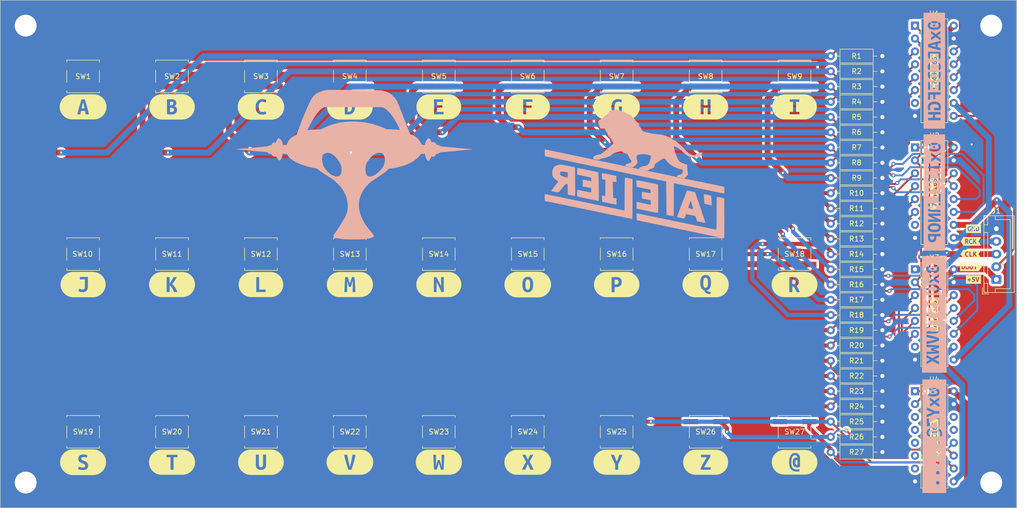
<source format=kicad_pcb>
(kicad_pcb (version 20220914) (generator pcbnew)
  (layers (0 "F.Cu" signal) (31 "B.Cu" signal) (34 "B.Paste" user) (35 "F.Paste" user) (36 "B.SilkS" user "B.Silkscreen") (37 "F.SilkS" user "F.Silkscreen") (38 "B.Mask" user) (39 "F.Mask" user) (44 "Edge.Cuts" user))
  (net 0 "")
  (net 1 "GND")
  (net 2 "+5V")
  (net 3 "INPUT_DOUT")
  (net 4 "INPUT_CLK")
  (net 5 "INPUT_RCK")
  (net 6 "/INPUT_E")
  (net 7 "/INPUT_F")
  (net 8 "/INPUT_G")
  (net 9 "/INPUT_H")
  (net 11 "Net-(U1-DS)")
  (net 12 "/INPUT_A")
  (net 13 "/INPUT_B")
  (net 14 "/INPUT_C")
  (net 15 "/INPUT_D")
  (net 16 "/INPUT_M")
  (net 17 "/INPUT_N")
  (net 18 "/INPUT_O")
  (net 19 "/INPUT_P")
  (net 21 "/INPUT_I")
  (net 22 "/INPUT_J")
  (net 23 "/INPUT_K")
  (net 24 "/INPUT_L")
  (net 25 "/INPUT_U")
  (net 26 "/INPUT_V")
  (net 27 "/INPUT_W")
  (net 28 "/INPUT_X")
  (net 30 "/INPUT_Q")
  (net 31 "/INPUT_R")
  (net 32 "/INPUT_S")
  (net 33 "/INPUT_T")
  (net 39 "/INPUT_Y")
  (net 40 "/INPUT_Z")
  (net 41 "/INPUT_@")
  (net 44 "Net-(U2-DS)")
  (net 45 "Net-(U3-DS)")
  (footprint "Button_Switch_SMD:SW_Push_1P1T_NO_CK_KSC6xxJ" (layer "F.Cu") (at 41.3 110 180)
    (fp_text reference "SW19")
    (fp_text value "SW_Push_Dual_x2" hide)
  )
  (footprint "kibuzzard-63715E68" (layer "F.Cu") (at 208.8 110.875 90)
    (fp_text reference "kibuzzard-63715E68" hide)
    (fp_text value "G***" hide)
  )
  (footprint "kibuzzard-63711FE1" (layer "F.Cu") (at 41.3 116)
    (fp_text reference "kibuzzard-63711FE1" hide)
    (fp_text value "G***" hide)
  )
  (footprint "Package_DIP:DIP-16_W7.62mm" (layer "F.Cu") (at 205 54)
    (fp_text reference "U2")
    (fp_text value "74HC165")
  )
  (footprint "Resistor_THT:R_Axial_DIN0207_L6.3mm_D2.5mm_P10.16mm_Horizontal" (layer "F.Cu") (at 188.42 108)
    (fp_text reference "R25")
    (fp_text value "10k" hide)
  )
  (footprint "kibuzzard-63711F3D" (layer "F.Cu") (at 58.8 81)
    (fp_text reference "kibuzzard-63711F3D" hide)
    (fp_text value "G***" hide)
  )
  (footprint "Button_Switch_SMD:SW_Push_1P1T_NO_CK_KSC6xxJ" (layer "F.Cu") (at 41.3 75 180)
    (fp_text reference "SW10")
    (fp_text value "SW_Push_Dual_x2" hide)
  )
  (footprint "Button_Switch_SMD:SW_Push_1P1T_NO_CK_KSC6xxJ" (layer "F.Cu") (at 146.3 75 180)
    (fp_text reference "SW16")
    (fp_text value "SW_Push_Dual_x2" hide)
  )
  (footprint "Resistor_THT:R_Axial_DIN0207_L6.3mm_D2.5mm_P10.16mm_Horizontal" (layer "F.Cu") (at 188.42 105)
    (fp_text reference "R24")
    (fp_text value "10k" hide)
  )
  (footprint "Resistor_THT:R_Axial_DIN0207_L6.3mm_D2.5mm_P10.16mm_Horizontal" (layer "F.Cu") (at 188.42 63)
    (fp_text reference "R10")
    (fp_text value "10k" hide)
  )
  (footprint "kibuzzard-63715F4E" (layer "F.Cu") (at 216 75)
    (fp_text reference "kibuzzard-63715F4E" hide)
    (fp_text value "G***" hide)
  )
  (footprint "kibuzzard-63711ED5" (layer "F.Cu") (at 93.8 46)
    (fp_text reference "kibuzzard-63711ED5" hide)
    (fp_text value "G***" hide)
  )
  (footprint "MountingHole:MountingHole_4.3mm_M4_DIN965_Pad" (layer "F.Cu") (at 220 120)
    (fp_text reference "H4" hide)
    (fp_text value "MountingHole_Pad" hide)
  )
  (footprint "Button_Switch_SMD:SW_Push_1P1T_NO_CK_KSC6xxJ" (layer "F.Cu") (at 146.3 40)
    (fp_text reference "SW7")
    (fp_text value "SW_Push_Dual_x2" hide)
  )
  (footprint "Resistor_THT:R_Axial_DIN0207_L6.3mm_D2.5mm_P10.16mm_Horizontal" (layer "F.Cu") (at 188.42 93)
    (fp_text reference "R20")
    (fp_text value "10k" hide)
  )
  (footprint "Resistor_THT:R_Axial_DIN0207_L6.3mm_D2.5mm_P10.16mm_Horizontal" (layer "F.Cu") (at 188.42 72)
    (fp_text reference "R13")
    (fp_text value "10k" hide)
  )
  (footprint "Resistor_THT:R_Axial_DIN0207_L6.3mm_D2.5mm_P10.16mm_Horizontal" (layer "F.Cu") (at 188.42 39)
    (fp_text reference "R2")
    (fp_text value "10k" hide)
  )
  (footprint "Resistor_THT:R_Axial_DIN0207_L6.3mm_D2.5mm_P10.16mm_Horizontal" (layer "F.Cu") (at 188.42 102)
    (fp_text reference "R23")
    (fp_text value "10k" hide)
  )
  (footprint "Resistor_THT:R_Axial_DIN0207_L6.3mm_D2.5mm_P10.16mm_Horizontal" (layer "F.Cu") (at 188.42 57)
    (fp_text reference "R8")
    (fp_text value "10k" hide)
  )
  (footprint "kibuzzard-63711F50" (layer "F.Cu") (at 111.3 81)
    (fp_text reference "kibuzzard-63711F50" hide)
    (fp_text value "G***" hide)
  )
  (footprint "Button_Switch_SMD:SW_Push_1P1T_NO_CK_KSC6xxJ" (layer "F.Cu") (at 111.3 40)
    (fp_text reference "SW5")
    (fp_text value "SW_Push_Dual_x2" hide)
  )
  (footprint "Resistor_THT:R_Axial_DIN0207_L6.3mm_D2.5mm_P10.16mm_Horizontal" (layer "F.Cu") (at 188.42 69)
    (fp_text reference "R12")
    (fp_text value "10k" hide)
  )
  (footprint "Resistor_THT:R_Axial_DIN0207_L6.3mm_D2.5mm_P10.16mm_Horizontal" (layer "F.Cu") (at 188.42 114)
    (fp_text reference "R27")
    (fp_text value "10k" hide)
  )
  (footprint "kibuzzard-63711F55" (layer "F.Cu") (at 128.8 81)
    (fp_text reference "kibuzzard-63711F55" hide)
    (fp_text value "G***" hide)
  )
  (footprint "kibuzzard-63712021" (layer "F.Cu") (at 146.3 116)
    (fp_text reference "kibuzzard-63712021" hide)
    (fp_text value "G***" hide)
  )
  (footprint "Resistor_THT:R_Axial_DIN0207_L6.3mm_D2.5mm_P10.16mm_Horizontal" (layer "F.Cu") (at 188.42 84)
    (fp_text reference "R17")
    (fp_text value "10k" hide)
  )
  (footprint "Resistor_THT:R_Axial_DIN0207_L6.3mm_D2.5mm_P10.16mm_Horizontal" (layer "F.Cu") (at 188.42 96)
    (fp_text reference "R21")
    (fp_text value "10k" hide)
  )
  (footprint "Package_DIP:DIP-16_W7.62mm" (layer "F.Cu") (at 205 102)
    (fp_text reference "U4")
    (fp_text value "74HC165")
  )
  (footprint "MountingHole:MountingHole_4.3mm_M4_DIN965_Pad" (layer "F.Cu") (at 30 120)
    (fp_text reference "H3" hide)
    (fp_text value "MountingHole_Pad" hide)
  )
  (footprint "Resistor_THT:R_Axial_DIN0207_L6.3mm_D2.5mm_P10.16mm_Horizontal" (layer "F.Cu") (at 188.42 90)
    (fp_text reference "R19")
    (fp_text value "10k" hide)
  )
  (footprint "kibuzzard-6371201D" (layer "F.Cu") (at 128.8 116)
    (fp_text reference "kibuzzard-6371201D" hide)
    (fp_text value "G***" hide)
  )
  (footprint "Button_Switch_SMD:SW_Push_1P1T_NO_CK_KSC6xxJ" (layer "F.Cu") (at 76.3 75 180)
    (fp_text reference "SW12")
    (fp_text value "SW_Push_Dual_x2" hide)
  )
  (footprint "kibuzzard-63715F3F" (layer "F.Cu") (at 216 72.5)
    (fp_text reference "kibuzzard-63715F3F" hide)
    (fp_text value "G***" hide)
  )
  (footprint "kibuzzard-63711EFF" (layer "F.Cu") (at 163.8 46)
    (fp_text reference "kibuzzard-63711EFF" hide)
    (fp_text value "G***" hide)
  )
  (footprint "kibuzzard-63711D37" (layer "F.Cu") (at 41.3 46)
    (fp_text reference "kibuzzard-63711D37" hide)
    (fp_text value "G***" hide)
  )
  (footprint "kibuzzard-63712027" (layer "F.Cu") (at 163.8 116)
    (fp_text reference "kibuzzard-63712027" hide)
    (fp_text value "G***" hide)
  )
  (footprint "Connector_JST:JST_XH_B5B-XH-A_1x05_P2.50mm_Vertical" (layer "F.Cu") (at 221 80 90)
    (fp_text reference "J1")
    (fp_text value "Conn_01x05")
  )
  (footprint "Button_Switch_SMD:SW_Push_1P1T_NO_CK_KSC6xxJ" (layer "F.Cu") (at 146.3 110 180)
    (fp_text reference "SW25")
    (fp_text value "SW_Push_Dual_x2" hide)
  )
  (footprint "kibuzzard-63711D6C" (layer "F.Cu") (at 41.3 81)
    (fp_text reference "kibuzzard-63711D6C" hide)
    (fp_text value "G***" hide)
  )
  (footprint "kibuzzard-63711F68" (layer "F.Cu") (at 181.3 81)
    (fp_text reference "kibuzzard-63711F68" hide)
    (fp_text value "G***" hide)
  )
  (footprint "kibuzzard-63711D65" (layer "F.Cu") (at 181.3 46)
    (fp_text reference "kibuzzard-63711D65" hide)
    (fp_text value "G***" hide)
  )
  (footprint "Resistor_THT:R_Axial_DIN0207_L6.3mm_D2.5mm_P10.16mm_Horizontal" (layer "F.Cu") (at 188.42 45)
    (fp_text reference "R4")
    (fp_text value "10k" hide)
  )
  (footprint "Button_Switch_SMD:SW_Push_1P1T_NO_CK_KSC6xxJ" (layer "F.Cu") (at 181.3 110 180)
    (fp_text reference "SW27")
    (fp_text value "SW_Push_Dual_x2" hide)
  )
  (footprint "Package_DIP:DIP-16_W7.62mm" (layer "F.Cu") (at 205 30)
    (fp_text reference "U1")
    (fp_text value "74HC165")
  )
  (footprint "Button_Switch_SMD:SW_Push_1P1T_NO_CK_KSC6xxJ" (layer "F.Cu") (at 163.8 110 180)
    (fp_text reference "SW26")
    (fp_text value "SW_Push_Dual_x2" hide)
  )
  (footprint "Button_Switch_SMD:SW_Push_1P1T_NO_CK_KSC6xxJ" (layer "F.Cu") (at 93.8 40)
    (fp_text reference "SW4")
    (fp_text value "SW_Push_Dual_x2" hide)
  )
  (footprint "kibuzzard-63714482" (layer "F.Cu") (at 181.3 116)
    (fp_text reference "kibuzzard-63714482" hide)
    (fp_text value "G***" hide)
  )
  (footprint "kibuzzard-63712013" (layer "F.Cu") (at 93.8 116)
    (fp_text reference "kibuzzard-63712013" hide)
    (fp_text value "G***" hide)
  )
  (footprint "Resistor_THT:R_Axial_DIN0207_L6.3mm_D2.5mm_P10.16mm_Horizontal" (layer "F.Cu") (at 188.42 42)
    (fp_text reference "R3")
    (fp_text value "10k" hide)
  )
  (footprint "kibuzzard-63711EDF" (layer "F.Cu") (at 128.8 46)
    (fp_text reference "kibuzzard-63711EDF" hide)
    (fp_text value "G***" hide)
  )
  (footprint "Button_Switch_SMD:SW_Push_1P1T_NO_CK_KSC6xxJ" (layer "F.Cu") (at 58.8 75 180)
    (fp_text reference "SW11")
    (fp_text value "SW_Push_Dual_x2" hide)
  )
  (footprint "Package_DIP:DIP-16_W7.62mm" (layer "F.Cu") (at 205 78)
    (fp_text reference "U3")
    (fp_text value "74HC165")
  )
  (footprint "MountingHole:MountingHole_4.3mm_M4_DIN965_Pad" (layer "F.Cu") (at 220 30)
    (fp_text reference "H2" hide)
    (fp_text value "MountingHole_Pad" hide)
  )
  (footprint "kibuzzard-63711F59" (layer "F.Cu") (at 146.3 81)
    (fp_text reference "kibuzzard-63711F59" hide)
    (fp_text value "G***" hide)
  )
  (footprint "Resistor_THT:R_Axial_DIN0207_L6.3mm_D2.5mm_P10.16mm_Horizontal" (layer "F.Cu") (at 188.42 51)
    (fp_text reference "R6")
    (fp_text value "10k" hide)
  )
  (footprint "Resistor_THT:R_Axial_DIN0207_L6.3mm_D2.5mm_P10.16mm_Horizontal" (layer "F.Cu") (at 188.42 54)
    (fp_text reference "R7")
    (fp_text value "10k" hide)
  )
  (footprint "Button_Switch_SMD:SW_Push_1P1T_NO_CK_KSC6xxJ" (layer "F.Cu") (at 163.8 40)
    (fp_text reference "SW8")
    (fp_text value "SW_Push_Dual_x2" hide)
  )
  (footprint "kibuzzard-63711FE6" (layer "F.Cu") (at 58.8 116)
    (fp_text reference "kibuzzard-63711FE6" hide)
    (fp_text value "G***" hide)
  )
  (footprint "Resistor_THT:R_Axial_DIN0207_L6.3mm_D2.5mm_P10.16mm_Horizontal" (layer "F.Cu") (at 188.42 66)
    (fp_text reference "R11")
    (fp_text value "10k" hide)
  )
  (footprint "Button_Switch_SMD:SW_Push_1P1T_NO_CK_KSC6xxJ" (layer "F.Cu") (at 93.8 75 180)
    (fp_text reference "SW13")
    (fp_text value "SW_Push_Dual_x2" hide)
  )
  (footprint "kibuzzard-63715E68" (layer "F.Cu") (at 208.8 86.875 90)
    (fp_text reference "kibuzzard-63715E68" hide)
    (fp_text value "G***" hide)
  )
  (footprint "Button_Switch_SMD:SW_Push_1P1T_NO_CK_KSC6xxJ" (layer "F.Cu") (at 128.8 75 180)
    (fp_text reference "SW15")
    (fp_text value "SW_Push_Dual_x2" hide)
  )
  (footprint "kibuzzard-63715F28" (layer "F.Cu") (at 216.5 70)
    (fp_text reference "kibuzzard-63715F28" hide)
    (fp_text value "G***" hide)
  )
  (footprint "kibuzzard-63715F23" (layer "F.Cu") (at 216.5 80)
    (fp_text reference "kibuzzard-63715F23" hide)
    (fp_text value "G***" hide)
  )
  (footprint "Resistor_THT:R_Axial_DIN0207_L6.3mm_D2.5mm_P10.16mm_Horizontal" (layer "F.Cu") (at 188.42 99)
    (fp_text reference "R22")
    (fp_text value "10k" hide)
  )
  (footprint "Button_Switch_SMD:SW_Push_1P1T_NO_CK_KSC6xxJ" (layer "F.Cu") (at 181.3 75 180)
    (fp_text reference "SW18")
    (fp_text value "SW_Push_Dual_x2" hide)
  )
  (footprint "Button_Switch_SMD:SW_Push_1P1T_NO_CK_KSC6xxJ" (layer "F.Cu") (at 128.8 110 180)
    (fp_text reference "SW24")
    (fp_text value "SW_Push_Dual_x2" hide)
  )
  (footprint "Resistor_THT:R_Axial_DIN0207_L6.3mm_D2.5mm_P10.16mm_Horizontal" (layer "F.Cu") (at 188.42 111)
    (fp_text reference "R26")
    (fp_text value "10k" hide)
  )
  (footprint "kibuzzard-63711ECF" (layer "F.Cu") (at 76.3 46)
    (fp_text reference "kibuzzard-63711ECF" hide)
    (fp_text value "G***" hide)
  )
  (footprint "Resistor_THT:R_Axial_DIN0207_L6.3mm_D2.5mm_P10.16mm_Horizontal" (layer "F.Cu") (at 188.42 36)
    (fp_text reference "R1")
    (fp_text value "10k" hide)
  )
  (footprint "Button_Switch_SMD:SW_Push_1P1T_NO_CK_KSC6xxJ" (layer "F.Cu") (at 93.8 110 180)
    (fp_text reference "SW22")
    (fp_text value "SW_Push_Dual_x2" hide)
  )
  (footprint "MountingHole:MountingHole_4.3mm_M4_DIN965_Pad" (layer "F.Cu") (at 30 30)
    (fp_text reference "H1" hide)
    (fp_text value "MountingHole_Pad" hide)
  )
  (footprint "kibuzzard-63711FEC" (layer "F.Cu") (at 76.3 116)
    (fp_text reference "kibuzzard-63711FEC" hide)
    (fp_text value "G***" hide)
  )
  (footprint "Button_Switch_SMD:SW_Push_1P1T_NO_CK_KSC6xxJ" (layer "F.Cu") (at 41.3 40)
    (fp_text reference "SW1")
    (fp_text value "SW_Push_Dual_x2" hide)
  )
  (footprint "Button_Switch_SMD:SW_Push_1P1T_NO_CK_KSC6xxJ" (layer "F.Cu") (at 128.8 40)
    (fp_text reference "SW6")
    (fp_text value "SW_Push_Dual_x2" hide)
  )
  (footprint "kibuzzard-63711D53" (layer "F.Cu") (at 58.8 46)
    (fp_text reference "kibuzzard-63711D53" hide)
    (fp_text value "G***" hide)
  )
  (footprint "kibuzzard-63711EDA" (layer "F.Cu") (at 111.3 46)
    (fp_text reference "kibuzzard-63711EDA" hide)
    (fp_text value "G***" hide)
  )
  (footprint "Resistor_THT:R_Axial_DIN0207_L6.3mm_D2.5mm_P10.16mm_Horizontal" (layer "F.Cu") (at 188.42 75)
    (fp_text reference "R14")
    (fp_text value "10k" hide)
  )
  (footprint "Resistor_THT:R_Axial_DIN0207_L6.3mm_D2.5mm_P10.16mm_Horizontal" (layer "F.Cu") (at 188.42 60)
    (fp_text reference "R9")
    (fp_text value "10k" hide)
  )
  (footprint "kibuzzard-63712018" (layer "F.Cu") (at 111.3 116)
    (fp_text reference "kibuzzard-63712018" hide)
    (fp_text value "G***" hide)
  )
  (footprint "Button_Switch_SMD:SW_Push_1P1T_NO_CK_KSC6xxJ" (layer "F.Cu") (at 58.8 40)
    (fp_text reference "SW2")
    (fp_text value "SW_Push_Dual_x2" hide)
  )
  (footprint "Button_Switch_SMD:SW_Push_1P1T_NO_CK_KSC6xxJ" (layer "F.Cu") (at 163.8 75 180)
    (fp_text reference "SW17")
    (fp_text value "SW_Push_Dual_x2" hide)
  )
  (footprint "Button_Switch_SMD:SW_Push_1P1T_NO_CK_KSC6xxJ" (layer "F.Cu") (at 76.3 40)
    (fp_text reference "SW3")
    (fp_text value "SW_Push_Dual_x2" hide)
  )
  (footprint "Resistor_THT:R_Axial_DIN0207_L6.3mm_D2.5mm_P10.16mm_Horizontal" (layer "F.Cu") (at 188.42 81)
    (fp_text reference "R16")
    (fp_text value "10k" hide)
  )
  (footprint "Button_Switch_SMD:SW_Push_1P1T_NO_CK_KSC6xxJ" (layer "F.Cu") (at 181.3 40)
    (fp_text reference "SW9")
    (fp_text value "SW_Push_Dual_x2" hide)
  )
  (footprint "Button_Switch_SMD:SW_Push_1P1T_NO_CK_KSC6xxJ" (layer "F.Cu") (at 111.3 75 180)
    (fp_text reference "SW14")
    (fp_text value "SW_Push_Dual_x2" hide)
  )
  (footprint "kibuzzard-63714697" (layer "F.Cu") (at 163.8 81)
    (fp_text reference "kibuzzard-63714697" hide)
    (fp_text value "G***" hide)
  )
  (footprint "kibuzzard-63711EFB" (layer "F.Cu") (at 146.3 46)
    (fp_text reference "kibuzzard-63711EFB" hide)
    (fp_text value "G***" hide)
  )
  (footprint "kibuzzard-63711F44" (layer "F.Cu") (at 76.3 81)
    (fp_text reference "kibuzzard-63711F44" hide)
    (fp_text value "G***" hide)
  )
  (footprint "Resistor_THT:R_Axial_DIN0207_L6.3mm_D2.5mm_P10.16mm_Horizontal" (layer "F.Cu") (at 188.42 48)
    (fp_text reference "R5")
    (fp_text value "10k" hide)
  )
  (footprint "Button_Switch_SMD:SW_Push_1P1T_NO_CK_KSC6xxJ" (layer "F.Cu") (at 76.3 110 180)
    (fp_text reference "SW21")
    (fp_text value "SW_Push_Dual_x2" hide)
  )
  (footprint "Button_Switch_SMD:SW_Push_1P1T_NO_CK_KSC6xxJ" (layer "F.Cu") (at 58.8 110 180)
    (fp_text reference "SW20")
    (fp_text value "SW_Push_Dual_x2" hide)
  )
  (footprint "Resistor_THT:R_Axial_DIN0207_L6.3mm_D2.5mm_P10.16mm_Horizontal" (layer "F.Cu") (at 188.42 87)
    (fp_text reference "R18")
    (fp_text value "10k" hide)
  )
  (footprint "Resistor_THT:R_Axial_DIN0207_L6.3mm_D2.5mm_P10.16mm_Horizontal" (layer "F.Cu") (at 188.42 78)
    (fp_text reference "R15")
    (fp_text value "10k" hide)
  )
  (footprint "kibuzzard-63715E68" (layer "F.Cu") (at 208.8 38.875 90)
    (fp_text reference "kibuzzard-63715E68" hide)
    (fp_text value "G***" hide)
  )
  (footprint "kibuzzard-63715E68" (layer "F.Cu") (at 208.8 62.875 90)
    (fp_text reference "kibuzzard-63715E68" hide)
    (fp_text value "G***" hide)
  )
  (footprint "kibuzzard-63711F4B" (layer "F.Cu") (at 93.8 81)
    (fp_text reference "kibuzzard-63711F4B" hide)
    (fp_text value "G***" hide)
  )
  (footprint "Button_Switch_SMD:SW_Push_1P1T_NO_CK_KSC6xxJ" (layer "F.Cu") (at 111.3 110 180)
    (fp_text reference "SW23")
    (fp_text value "SW_Push_Dual_x2" hide)
  )
  (footprint "kibuzzard-63715FDB" (layer "F.Cu") (at 216 77.5)
    (fp_text reference "kibuzzard-63715FDB" hide)
    (fp_text value "G***" hide)
  )
  (footprint "LOGO" (layer "B.Cu") (at 150 60 180)
    (fp_text reference "G***" hide)
    (fp_text value "LOGO" hide)
  )
  (footprint "LOGO" (layer "B.Cu") (at 150 60 180)
    (fp_text reference "G***" hide)
    (fp_text value "LOGO" hide)
  )
  (footprint "kibuzzard-63716137" (layer "B.Cu") (at 208.8 62.875 -90)
    (fp_text reference "kibuzzard-63716137" hide)
    (fp_text value "G***" hide)
  )
  (footprint "kibuzzard-6371615D" (layer "B.Cu") (at 208.8 110.875 -90)
    (fp_text reference "kibuzzard-6371615D" hide)
    (fp_text value "G***" hide)
  )
  (footprint "LOGO" (layer "B.Cu") (at 95 57.5 180)
    (fp_text reference "G***" hide)
    (fp_text value "LOGO" hide)
  )
  (footprint "kibuzzard-63716105" (layer "B.Cu") (at 208.8 38.875 -90)
    (fp_text reference "kibuzzard-63716105" hide)
    (fp_text value "G***" hide)
  )
  (footprint "kibuzzard-63716148" (layer "B.Cu") (at 208.8 86.875 -90)
    (fp_text reference "kibuzzard-63716148" hide)
    (fp_text value "G***" hide)
  )
  (gr_rect (start 25 25) (end 225 125) (stroke (width 0.1)) (fill none) (layer "Edge.Cuts"))
  (segment (start 216.15 53.4) (end 216.15 55.3) (width 1.152) (layer "F.Cu") (net 1))
  (segment (start 214.91 56.54) (end 212.62 56.54) (width 1.152) (layer "F.Cu") (net 1))
  (segment (start 216.15 55.3) (end 214.91 56.54) (width 1.152) (layer "F.Cu") (net 1))
  (via (at 216.15 53.4) (size 0.8) (drill 0.4) (layers "F.Cu" "B.Cu") (net 1))
  (segment (start 208.82 51.6) (end 215.35 51.6) (width 1.152) (layer "B.Cu") (net 1))
  (segment (start 215.35 51.6) (end 216.15 52.4) (width 1.152) (layer "B.Cu") (net 1))
  (segment (start 216.15 52.4) (end 216.15 53.4) (width 1.152) (layer "B.Cu") (net 1))
  (segment (start 198.58 36) (end 198.58 114) (width 0.381) (layer "B.Cu") (net 1))
  (segment (start 205 47.78) (end 208.82 51.6) (width 1.152) (layer "B.Cu") (net 1))
  (segment (start 194.941199 122.75) (end 213.5 122.75) (width 1.152) (layer "F.Cu") (net 2))
  (segment (start 73.4 77) (end 79.2 77) (width 1.152) (layer "F.Cu") (net 2))
  (segment (start 108.4 112) (end 114.2 112) (width 1.152) (layer "F.Cu") (net 2))
  (segment (start 38.4 112) (end 44.2 112) (width 1.152) (layer "F.Cu") (net 2))
  (segment (start 211.044 31.576) (end 212.62 30) (width 1.152) (layer "F.Cu") (net 2))
  (segment (start 215.25 104.63) (end 212.62 102) (width 1.152) (layer "F.Cu") (net 2))
  (segment (start 215.25 121) (end 215.25 104.63) (width 1.152) (layer "F.Cu") (net 2))
  (segment (start 38.4 38) (end 34 38) (width 1.152) (layer "F.Cu") (net 2))
  (segment (start 213.5 122.75) (end 215.25 121) (width 1.152) (layer "F.Cu") (net 2))
  (segment (start 212.62 102) (end 211 102) (width 1.152) (layer "F.Cu") (net 2))
  (segment (start 42 77) (end 44.2 77) (width 1.152) (layer "F.Cu") (net 2))
  (segment (start 38.4 77) (end 42 77) (width 1.152) (layer "F.Cu") (net 2))
  (segment (start 108.4 77) (end 114.2 77) (width 1.152) (layer "F.Cu") (net 2))
  (segment (start 211 102) (end 209.25 100.25) (width 1.152) (layer "F.Cu") (net 2))
  (segment (start 55.9 77) (end 61.7 77) (width 1.152) (layer "F.Cu") (net 2))
  (segment (start 125.9 112) (end 131.7 112) (width 1.152) (layer "F.Cu") (net 2))
  (segment (start 209.25 81.37) (end 212.62 78) (width 1.152) (layer "F.Cu") (net 2))
  (segment (start 73.4 112) (end 79.2 112) (width 1.152) (layer "F.Cu") (net 2))
  (segment (start 184.2 38) (end 39 38) (width 1.152) (layer "F.Cu") (net 2))
  (segment (start 90.9 112) (end 96.7 112) (width 1.152) (layer "F.Cu") (net 2))
  (segment (start 34 79) (end 36 77) (width 1.152) (layer "F.Cu") (net 2))
  (segment (start 34 38) (end 32 40) (width 1.152) (layer "F.Cu") (net 2))
  (segment (start 160.9 112) (end 166.7 112) (width 1.152) (layer "F.Cu") (net 2))
  (segment (start 219 78) (end 221 80) (width 1.152) (layer "F.Cu") (net 2))
  (segment (start 32 78) (end 34 80) (width 1.152) (layer "F.Cu") (net 2))
  (segment (start 212.62 78) (end 219 78) (width 1.152) (layer "F.Cu") (net 2))
  (segment (start 34 111) (end 34 80) (width 1.152) (layer "F.Cu") (net 2))
  (segment (start 36 77) (end 42 77) (width 1.152) (layer "F.Cu") (net 2))
  (segment (start 90.9 77) (end 96.7 77) (width 1.152) (layer "F.Cu") (net 2))
  (segment (start 55.9 112) (end 61.7 112) (width 1.152) (layer "F.Cu") (net 2))
  (segment (start 35 112) (end 34 111) (width 1.152) (layer "F.Cu") (net 2))
  (segment (start 38.4 77) (end 184.2 77) (width 1.152) (layer "F.Cu") (net 2))
  (segment (start 143.4 112) (end 149.2 112) (width 1.152) (layer "F.Cu") (net 2))
  (segment (start 160.9 77) (end 166.7 77) (width 1.152) (layer "F.Cu") (net 2))
  (segment (start 34 80) (end 34 79) (width 1.152) (layer "F.Cu") (net 2))
  (segment (start 178.4 112) (end 184.2 112) (width 1.152) (layer "F.Cu") (net 2))
  (segment (start 212.62 54) (end 211.044 52.424) (width 1.152) (layer "F.Cu") (net 2))
  (segment (start 178.4 77) (end 184.2 77) (width 1.152) (layer "F.Cu") (net 2))
  (segment (start 143.4 77) (end 149.2 77) (width 1.152) (layer "F.Cu") (net 2))
  (segment (start 184.2 112) (end 184.2 112.008801) (width 1.152) (layer "F.Cu") (net 2))
  (segment (start 38.4 112) (end 35 112) (width 1.152) (layer "F.Cu") (net 2))
  (segment (start 209.25 100.25) (end 209.25 81.37) (width 1.152) (layer "F.Cu") (net 2))
  (segment (start 209.25 81.37) (end 209.25 57.37) (width 1.152) (layer "F.Cu") (net 2))
  (segment (start 209.25 57.37) (end 212.62 54) (width 1.152) (layer "F.Cu") (net 2))
  (segment (start 125.9 77) (end 131.7 77) (width 1.152) (layer "F.Cu") (net 2))
  (segment (start 184.2 112) (end 38.4 112) (width 1.152) (layer "F.Cu") (net 2))
  (segment (start 184.2 112.008801) (end 194.941199 122.75) (width 1.152) (layer "F.Cu") (net 2))
  (segment (start 211.044 52.424) (end 211.044 31.576) (width 1.152) (layer "F.Cu") (net 2))
  (segment (start 32 40) (end 32 78) (width 1.152) (layer "F.Cu") (net 2))
  (segment (start 224.5 63.1) (end 223 61.6) (width 0.381) (layer "F.Cu") (net 3))
  (segment (start 223 61.6) (end 223 49) (width 0.381) (layer "F.Cu") (net 3))
  (segment (start 224.5 74) (end 224.5 63.1) (width 0.381) (layer "F.Cu") (net 3))
  (segment (start 223 49) (end 221.78 47.78) (width 0.381) (layer "F.Cu") (net 3))
  (segment (start 221.78 47.78) (end 212.62 47.78) (width 0.381) (layer "F.Cu") (net 3))
  (segment (start 221 77.5) (end 224.5 74) (width 0.381) (layer "F.Cu") (net 3))
  (segment (start 206.1905 57.7305) (end 206.1905 75.5595) (width 0.381) (layer "F.Cu") (net 4))
  (segment (start 206.1905 81.7305) (end 206.1905 103.3495) (width 0.381) (layer "F.Cu") (net 4))
  (segment (start 205 80.54) (end 206.1905 81.7305) (width 0.381) (layer "F.Cu") (net 4))
  (segment (start 206.1905 55.3495) (end 205 56.54) (width 0.381) (layer "F.Cu") (net 4))
  (segment (start 206.1905 75.5595) (end 206.1905 79.3495) (width 0.381) (layer "F.Cu") (net 4))
  (segment (start 205 32.54) (end 206.1905 33.7305) (width 0.381) (layer "F.Cu") (net 4))
  (segment (start 206.1905 33.7305) (end 206.1905 55.3495) (width 0.381) (layer "F.Cu") (net 4))
  (segment (start 206.1905 103.3495) (end 205 104.54) (width 0.381) (layer "F.Cu") (net 4))
  (segment (start 205 56.54) (end 206.1905 57.7305) (width 0.381) (layer "F.Cu") (net 4))
  (segment (start 206.1905 79.3495) (end 205 80.54) (width 0.381) (layer "F.Cu") (net 4))
  (segment (start 221 75) (end 211.5 75) (width 1.152) (layer "F.Cu") (net 4))
  (segment (start 211.5 75) (end 211.25 74.75) (width 1.152) (layer "F.Cu") (net 4))
  (via (at 206.1905 75.5595) (size 0.8) (drill 0.4) (layers "F.Cu" "B.Cu") (net 4))
  (via (at 211.25 74.75) (size 0.8) (drill 0.4) (layers "F.Cu" "B.Cu") (net 4))
  (segment (start 207 74.75) (end 206.1905 75.5595) (width 1.152) (layer "B.Cu") (net 4))
  (segment (start 211.25 74.75) (end 207 74.75) (width 1.152) (layer "B.Cu") (net 4))
  (segment (start 206.9805 78) (end 206.9805 102) (width 0.381) (layer "F.Cu") (net 5))
  (segment (start 206.7715 53.7715) (end 207 54) (width 0.381) (layer "F.Cu") (net 5))
  (segment (start 207 77.9805) (end 206.9805 78) (width 0.381) (layer "F.Cu") (net 5))
  (segment (start 206.7715 46) (end 206.7715 53.7715) (width 0.381) (layer "F.Cu") (net 5))
  (segment (start 206.7715 31.7715) (end 206.7715 46) (width 0.381) (layer "F.Cu") (net 5))
  (segment (start 205 30) (end 206.7715 31.7715) (width 0.381) (layer "F.Cu") (net 5))
  (segment (start 207 54) (end 207 77.9805) (width 0.381) (layer "F.Cu") (net 5))
  (via (at 207 54) (size 0.8) (drill 0.4) (layers "F.Cu" "B.Cu") (net 5))
  (via (at 206.9805 78) (size 0.8) (drill 0.4) (layers "F.Cu" "B.Cu") (net 5))
  (via (at 206.9805 102) (size 0.8) (drill 0.4) (layers "F.Cu" "B.Cu") (net 5))
  (segment (start 215.891199 72.5) (end 210.391199 78) (width 1.152) (layer "B.Cu") (net 5))
  (segment (start 210.391199 78) (end 205 78) (width 1.152) (layer "B.Cu") (net 5))
  (segment (start 207 54) (end 205 54) (width 0.381) (layer "B.Cu") (net 5))
  (segment (start 206.9805 78) (end 205 78) (width 0.381) (layer "B.Cu") (net 5))
  (segment (start 221 72.5) (end 215.891199 72.5) (width 1.152) (layer "B.Cu") (net 5))
  (segment (start 206.9805 102) (end 205 102) (width 0.381) (layer "B.Cu") (net 5))
  (segment (start 112 51) (end 111 51) (width 1.152) (layer "F.Cu") (net 6))
  (segment (start 107 42) (end 108.4 42) (width 1.152) (layer "F.Cu") (net 6))
  (segment (start 202 52) (end 202 38.08) (width 0.381) (layer "F.Cu") (net 6))
  (segment (start 106 43) (end 107 42) (width 1.152) (layer "F.Cu") (net 6))
  (segment (start 201.8095 52.1905) (end 202 52) (width 0.381) (layer "F.Cu") (net 6))
  (segment (start 111 51) (end 108 51) (width 1.152) (layer "F.Cu") (net 6))
  (segment (start 110 42) (end 114.2 42) (width 1.152) (layer "F.Cu") (net 6))
  (segment (start 202 38.08) (end 205 35.08) (width 0.381) (layer "F.Cu") (net 6))
  (segment (start 192.6105 52.1905) (end 201.8095 52.1905) (width 0.381) (layer "F.Cu") (net 6))
  (segment (start 108.4 42) (end 110 42) (width 1.152) (layer "F.Cu") (net 6))
  (segment (start 188.42 48) (end 192.6105 52.1905) (width 0.381) (layer "F.Cu") (net 6))
  (segment (start 106 49) (end 106 43) (width 1.152) (layer "F.Cu") (net 6))
  (segment (start 108 51) (end 106 49) (width 1.152) (layer "F.Cu") (net 6))
  (via (at 112 51) (size 0.8) (drill 0.4) (layers "F.Cu" "B.Cu") (net 6))
  (segment (start 188.42 48) (end 115 48) (width 1.152) (layer "B.Cu") (net 6))
  (segment (start 115 48) (end 112 51) (width 1.152) (layer "B.Cu") (net 6))
  (segment (start 123 43) (end 124 42) (width 1.152) (layer "F.Cu") (net 7))
  (segment (start 128 42) (end 131.7 42) (width 1.152) (layer "F.Cu") (net 7))
  (segment (start 202.368842 52.8095) (end 202.6475 52.530842) (width 0.381) (layer "F.Cu") (net 7))
  (segment (start 125 50) (end 123 48) (width 1.152) (layer "F.Cu") (net 7))
  (segment (start 127 50) (end 125 50) (width 1.152) (layer "F.Cu") (net 7))
  (segment (start 124 42) (end 125.9 42) (width 1.152) (layer "F.Cu") (net 7))
  (segment (start 190.2295 52.8095) (end 202.368842 52.8095) (width 0.381) (layer "F.Cu") (net 7))
  (segment (start 125.9 42) (end 128 42) (width 1.152) (layer "F.Cu") (net 7))
  (segment (start 202.6475 39.9725) (end 205 37.62) (width 0.381) (layer "F.Cu") (net 7))
  (segment (start 188.42 51) (end 190.2295 52.8095) (width 0.381) (layer "F.Cu") (net 7))
  (segment (start 123 48) (end 123 43) (width 1.152) (layer "F.Cu") (net 7))
  (segment (start 202.6475 52.530842) (end 202.6475 39.9725) (width 0.381) (layer "F.Cu") (net 7))
  (via (at 127 50) (size 0.8) (drill 0.4) (layers "F.Cu" "B.Cu") (net 7))
  (segment (start 128 51) (end 127 50) (width 1.152) (layer "B.Cu") (net 7))
  (segment (start 188.42 51) (end 128 51) (width 1.152) (layer "B.Cu") (net 7))
  (segment (start 203.2285 52.7715) (end 203.2285 41.9315) (width 0.381) (layer "F.Cu") (net 8))
  (segment (start 189.6485 55.2285) (end 200.7715 55.2285) (width 0.381) (layer "F.Cu") (net 8))
  (segment (start 188.42 54) (end 189.6485 55.2285) (width 0.381) (layer "F.Cu") (net 8))
  (segment (start 200.7715 55.2285) (end 203.2285 52.7715) (width 0.381) (layer "F.Cu") (net 8))
  (segment (start 203.2285 41.9315) (end 205 40.16) (width 0.381) (layer "F.Cu") (net 8))
  (segment (start 143.4 42) (end 149.2 42) (width 1.152) (layer "F.Cu") (net 8))
  (segment (start 141 44.4) (end 143.4 42) (width 1.152) (layer "F.Cu") (net 8))
  (segment (start 141 50) (end 141 44.4) (width 1.152) (layer "F.Cu") (net 8))
  (segment (start 144 53) (end 141 50) (width 1.152) (layer "F.Cu") (net 8))
  (via (at 144 53) (size 0.8) (drill 0.4) (layers "F.Cu" "B.Cu") (net 8))
  (segment (start 188.42 54) (end 145 54) (width 1.152) (layer "B.Cu") (net 8))
  (segment (start 145 54) (end 144 53) (width 1.152) (layer "B.Cu") (net 8))
  (segment (start 158 52) (end 158 44.9) (width 1.152) (layer "F.Cu") (net 9))
  (segment (start 203.8095 53.1905) (end 203.8095 43.8905) (width 0.381) (layer "F.Cu") (net 9))
  (segment (start 160.9 42) (end 166.7 42) (width 1.152) (layer "F.Cu") (net 9))
  (segment (start 189.6105 55.8095) (end 201.1905 55.8095) (width 0.381) (layer "F.Cu") (net 9))
  (segment (start 201.1905 55.8095) (end 203.8095 53.1905) (width 0.381) (layer "F.Cu") (net 9))
  (segment (start 158 44.9) (end 160.9 42) (width 1.152) (layer "F.Cu") (net 9))
  (segment (start 188.42 57) (end 189.6105 55.8095) (width 0.381) (layer "F.Cu") (net 9))
  (segment (start 162 56) (end 158 52) (width 1.152) (layer "F.Cu") (net 9))
  (segment (start 203.8095 43.8905) (end 205 42.7) (width 0.381) (layer "F.Cu") (net 9))
  (via (at 162 56) (size 0.8) (drill 0.4) (layers "F.Cu" "B.Cu") (net 9))
  (segment (start 163 57) (end 162 56) (width 1.152) (layer "B.Cu") (net 9))
  (segment (start 188.42 57) (end 163 57) (width 1.152) (layer "B.Cu") (net 9))
  (segment (start 213.87 71.78) (end 212.62 71.78) (width 1.152) (layer "B.Cu") (net 11))
  (segment (start 219.525 66.125) (end 213.87 71.78) (width 1.152) (layer "B.Cu") (net 11))
  (segment (start 219.525 52.145) (end 219.525 66.125) (width 1.152) (layer "B.Cu") (net 11))
  (segment (start 212.62 45.24) (end 219.525 52.145) (width 1.152) (layer "B.Cu") (net 11))
  (segment (start 213.721974 26.257) (end 203.278026 26.257) (width 0.381) (layer "F.Cu") (net 12))
  (segment (start 36 55) (end 34 53) (width 1.152) (layer "F.Cu") (net 12))
  (segment (start 215.5535 39.7665) (end 215.5535 28.088526) (width 0.381) (layer "F.Cu") (net 12))
  (segment (start 215.5535 28.088526) (end 213.721974 26.257) (width 0.381) (layer "F.Cu") (net 12))
  (segment (start 203.278026 26.257) (end 201.226513 28.308513) (width 0.381) (layer "F.Cu") (net 12))
  (segment (start 201.226513 28.308513) (end 201.226513 32.773487) (width 0.381) (layer "F.Cu") (net 12))
  (segment (start 34 53) (end 34 45) (width 1.152) (layer "F.Cu") (net 12))
  (segment (start 201.226513 32.773487) (end 199.79 34.21) (width 0.381) (layer "F.Cu") (net 12))
  (segment (start 199.79 34.21) (end 190.21 34.21) (width 0.381) (layer "F.Cu") (net 12))
  (segment (start 34 45) (end 37 42) (width 1.152) (layer "F.Cu") (net 12))
  (segment (start 37 42) (end 38.4 42) (width 1.152) (layer "F.Cu") (net 12))
  (segment (start 37 55) (end 36 55) (width 1.152) (layer "F.Cu") (net 12))
  (segment (start 38.4 42) (end 44.2 42) (width 1.152) (layer "F.Cu") (net 12))
  (segment (start 190.21 34.21) (end 188.42 36) (width 0.381) (layer "F.Cu") (net 12))
  (segment (start 212.62 42.7) (end 215.5535 39.7665) (width 0.381) (layer "F.Cu") (net 12))
  (via (at 37 55) (size 0.8) (drill 0.4) (layers "F.Cu" "B.Cu") (net 12))
  (segment (start 188.42 36) (end 65 36) (width 1.152) (layer "B.Cu") (net 12))
  (segment (start 46 55) (end 37 55) (width 1.152) (layer "B.Cu") (net 12))
  (segment (start 65 36) (end 46 55) (width 1.152) (layer "B.Cu") (net 12))
  (segment (start 200.257 37.358026) (end 201.807513 35.807513) (width 0.381) (layer "F.Cu") (net 13))
  (segment (start 58 55) (end 55 55) (width 1.152) (layer "F.Cu") (net 13))
  (segment (start 53 53) (end 53 43) (width 1.152) (layer "F.Cu") (net 13))
  (segment (start 213.162 26.838) (end 213.481316 26.838) (width 0.381) (layer "F.Cu") (net 13))
  (segment (start 203.518684 26.838) (end 213.162 26.838) (width 0.381) (layer "F.Cu") (net 13))
  (segment (start 213.481316 26.838) (end 214.9725 28.329184) (width 0.381) (layer "F.Cu") (net 13))
  (segment (start 55.9 42) (end 58 42) (width 1.152) (layer "F.Cu") (net 13))
  (segment (start 190.2295 40.8095) (end 199.073122 40.8095) (width 0.381) (layer "F.Cu") (net 13))
  (segment (start 55 55) (end 53 53) (width 1.152) (layer "F.Cu") (net 13))
  (segment (start 53 43) (end 54 42) (width 1.152) (layer "F.Cu") (net 13))
  (segment (start 199.073122 40.8095) (end 199.131811 40.868189) (width 0.381) (layer "F.Cu") (net 13))
  (segment (start 214.9725 28.329184) (end 214.9725 37.8075) (width 0.381) (layer "F.Cu") (net 13))
  (segment (start 188.42 39) (end 190.2295 40.8095) (width 0.381) (layer "F.Cu") (net 13))
  (segment (start 214.9725 37.8075) (end 212.62 40.16) (width 0.381) (layer "F.Cu") (net 13))
  (segment (start 201.807513 35.807513) (end 201.807513 28.549171) (width 0.381) (layer "F.Cu") (net 13))
  (segment (start 199.131811 40.868189) (end 200.257 39.743) (width 0.381) (layer "F.Cu") (net 13))
  (segment (start 200.257 39.743) (end 200.257 37.358026) (width 0.381) (layer "F.Cu") (net 13))
  (segment (start 54 42) (end 58 42) (width 1.152) (layer "F.Cu") (net 13))
  (segment (start 201.807513 28.549171) (end 203.518684 26.838) (width 0.381) (layer "F.Cu") (net 13))
  (segment (start 58 42) (end 61.7 42) (width 1.152) (layer "F.Cu") (net 13))
  (via (at 58 55) (size 0.8) (drill 0.4) (layers "F.Cu" "B.Cu") (net 13))
  (segment (start 66 55) (end 58 55) (width 1.152) (layer "B.Cu") (net 13))
  (segment (start 188.42 39) (end 82 39) (width 1.152) (layer "B.Cu") (net 13))
  (segment (start 82 39) (end 66 55) (width 1.152) (layer "B.Cu") (net 13))
  (segment (start 200.838 37.598684) (end 202.419 36.017684) (width 0.381) (layer "F.Cu") (net 14))
  (segment (start 73 42) (end 73.4 42) (width 1.152) (layer "F.Cu") (net 14))
  (segment (start 202.419 36.017684) (end 202.419 28.759342) (width 0.381) (layer "F.Cu") (net 14))
  (segment (start 200.838 42.759342) (end 200.838 37.598684) (width 0.381) (layer "F.Cu") (net 14))
  (segment (start 214.3915 35.8485) (end 212.62 37.62) (width 0.381) (layer "F.Cu") (net 14))
  (segment (start 202.419 28.759342) (end 203.759342 27.419) (width 0.381) (layer "F.Cu") (net 14))
  (segment (start 200.406842 43.1905) (end 200.838 42.759342) (width 0.381) (layer "F.Cu") (net 14))
  (segment (start 213.240658 27.419) (end 214.3915 28.569842) (width 0.381) (layer "F.Cu") (net 14))
  (segment (start 70 51) (end 70 45) (width 1.152) (layer "F.Cu") (net 14))
  (segment (start 70 45) (end 73 42) (width 1.152) (layer "F.Cu") (net 14))
  (segment (start 189.6105 43.1905) (end 200.406842 43.1905) (width 0.381) (layer "F.Cu") (net 14))
  (segment (start 188.42 42) (end 189.6105 43.1905) (width 0.381) (layer "F.Cu") (net 14))
  (segment (start 214.3915 28.569842) (end 214.3915 35.8485) (width 0.381) (layer "F.Cu") (net 14))
  (segment (start 203.759342 27.419) (end 213.240658 27.419) (width 0.381) (layer "F.Cu") (net 14))
  (segment (start 73.4 42) (end 79.2 42) (width 1.152) (layer "F.Cu") (net 14))
  (segment (start 74 55) (end 70 51) (width 1.152) (layer "F.Cu") (net 14))
  (via (at 74 55) (size 0.8) (drill 0.4) (layers "F.Cu" "B.Cu") (net 14))
  (segment (start 81 55) (end 74 55) (width 1.152) (layer "B.Cu") (net 14))
  (segment (start 188.42 42) (end 94 42) (width 1.152) (layer "B.Cu") (net 14))
  (segment (start 94 42) (end 81 55) (width 1.152) (layer "B.Cu") (net 14))
  (segment (start 201.419 43) (end 200.6095 43.8095) (width 0.381) (layer "F.Cu") (net 15))
  (segment (start 200.6095 43.8095) (end 189.6105 43.8095) (width 0.381) (layer "F.Cu") (net 15))
  (segment (start 90.9 42) (end 93 42) (width 1.152) (layer "F.Cu") (net 15))
  (segment (start 213 28) (end 213.8105 28.8105) (width 0.381) (layer "F.Cu") (net 15))
  (segment (start 203 36.258342) (end 201.419 37.839342) (width 0.381) (layer "F.Cu") (net 15))
  (segment (start 91 44) (end 93 42) (width 1.152) (layer "F.Cu") (net 15))
  (segment (start 213.8105 33.8895) (end 212.62 35.08) (width 0.381) (layer "F.Cu") (net 15))
  (segment (start 93 42) (end 96.7 42) (width 1.152) (layer "F.Cu") (net 15))
  (segment (start 91 54) (end 91 44) (width 1.152) (layer "F.Cu") (net 15))
  (segment (start 92 55) (end 91 54) (width 1.152) (layer "F.Cu") (net 15))
  (segment (start 94 55) (end 92 55) (width 1.152) (layer "F.Cu") (net 15))
  (segment (start 204 28) (end 203 29) (width 0.381) (layer "F.Cu") (net 15))
  (segment (start 213.8105 28.8105) (end 213.8105 33.8895) (width 0.381) (layer "F.Cu") (net 15))
  (segment (start 203 29) (end 203 36.258342) (width 0.381) (layer "F.Cu") (net 15))
  (segment (start 189.6105 43.8095) (end 188.42 45) (width 0.381) (layer "F.Cu") (net 15))
  (segment (start 201.419 37.839342) (end 201.419 43) (width 0.381) (layer "F.Cu") (net 15))
  (segment (start 213 28) (end 204 28) (width 0.381) (layer "F.Cu") (net 15))
  (via (at 94 55) (size 0.8) (drill 0.4) (layers "F.Cu" "B.Cu") (net 15))
  (segment (start 188.42 45) (end 111 45) (width 1.152) (layer "B.Cu") (net 15))
  (segment (start 111 45) (end 101 55) (width 1.152) (layer "B.Cu") (net 15))
  (segment (start 101 55) (end 94 55) (width 1.152) (layer "B.Cu") (net 15))
  (segment (start 197.166184 64.1905) (end 199.8895 64.1905) (width 0.381) (layer "F.Cu") (net 16))
  (segment (start 199.8895 64.1905) (end 205 59.08) (width 0.381) (layer "F.Cu") (net 16))
  (segment (start 193.257 70.743) (end 193.257 68.099684) (width 0.381) (layer "F.Cu") (net 16))
  (segment (start 192 72) (end 193.257 70.743) (width 0.381) (layer "F.Cu") (net 16))
  (segment (start 188.42 72) (end 192 72) (width 0.381) (layer "F.Cu") (net 16))
  (segment (start 93 67.056) (end 183.476 67.056) (width 0.8128) (layer "F.Cu") (net 16))
  (segment (start 193.257 68.099684) (end 197.166184 64.1905) (width 0.381) (layer "F.Cu") (net 16))
  (segment (start 183.476 67.056) (end 188.42 72) (width 0.8128) (layer "F.Cu") (net 16))
  (segment (start 90.9 69.156) (end 93 67.056) (width 0.8128) (layer "F.Cu") (net 16))
  (segment (start 90.9 73) (end 90.9 69.156) (width 0.8128) (layer "F.Cu") (net 16))
  (segment (start 96.7 73) (end 90.9 73) (width 0.8128) (layer "F.Cu") (net 16))
  (segment (start 193.838 68.340342) (end 193.838 74.162) (width 0.381) (layer "F.Cu") (net 17))
  (segment (start 193 75) (end 188.42 75) (width 0.381) (layer "F.Cu") (net 17))
  (segment (start 197.368842 64.8095) (end 193.838 68.340342) (width 0.381) (layer "F.Cu") (net 17))
  (segment (start 109.7616 68.2384) (end 182.2384 68.2384) (width 0.8128) (layer "F.Cu") (net 17))
  (segment (start 108.4 69.6) (end 109.7616 68.2384) (width 0.8128) (layer "F.Cu") (net 17))
  (segment (start 108.4 73) (end 114.2 73) (width 0.8128) (layer "F.Cu") (net 17))
  (segment (start 182.2384 68.2384) (end 188.42 74.42) (width 0.8128) (layer "F.Cu") (net 17))
  (segment (start 193.838 74.162) (end 193 75) (width 0.381) (layer "F.Cu") (net 17))
  (segment (start 188.42 74.42) (end 188.42 75) (width 0.8128) (layer "F.Cu") (net 17))
  (segment (start 205 61.62) (end 201.8105 64.8095) (width 0.381) (layer "F.Cu") (net 17))
  (segment (start 201.8105 64.8095) (end 197.368842 64.8095) (width 0.381) (layer "F.Cu") (net 17))
  (segment (start 108.4 73) (end 108.4 69.6) (width 0.8128) (layer "F.Cu") (net 17))
  (segment (start 125.9 71.3512) (end 128 69.2512) (width 0.8128) (layer "F.Cu") (net 18))
  (segment (start 125.9 73) (end 125.9 71.3512) (width 0.8128) (layer "F.Cu") (net 18))
  (segment (start 194 78) (end 188.42 78) (width 0.381) (layer "F.Cu") (net 18))
  (segment (start 125.9 73) (end 131.7 73) (width 0.8128) (layer "F.Cu") (net 18))
  (segment (start 194.419 77.581) (end 194 78) (width 0.381) (layer "F.Cu") (net 18))
  (segment (start 180.2512 69.2512) (end 181 70) (width 0.8128) (layer "F.Cu") (net 18))
  (segment (start 194.419 68.581) (end 194.419 77.581) (width 0.381) (layer "F.Cu") (net 18))
  (segment (start 201.9695 67.1905) (end 195.8095 67.1905) (width 0.381) (layer "F.Cu") (net 18))
  (segment (start 195.8095 67.1905) (end 194.419 68.581) (width 0.381) (layer "F.Cu") (net 18))
  (segment (start 205 64.16) (end 201.9695 67.1905) (width 0.381) (layer "F.Cu") (net 18))
  (segment (start 128 69.2512) (end 180.2512 69.2512) (width 0.8128) (layer "F.Cu") (net 18))
  (via (at 181 70) (size 0.8) (drill 0.4) (layers "F.Cu" "B.Cu") (net 18))
  (segment (start 181 70.58) (end 188.42 78) (width 0.8128) (layer "B.Cu") (net 18))
  (segment (start 181 70) (end 181 70.58) (width 0.8128) (layer "B.Cu") (net 18))
  (segment (start 194 81) (end 188.42 81) (width 0.381) (layer "F.Cu") (net 19))
  (segment (start 146.136 70.264) (end 143.4 73) (width 0.8128) (layer "F.Cu") (net 19))
  (segment (start 194 81) (end 195 80) (width 0.381) (layer "F.Cu") (net 19))
  (segment (start 196.1905 67.8095) (end 195 69) (width 0.381) (layer "F.Cu") (net 19))
  (segment (start 205 66.7) (end 203.8905 67.8095) (width 0.381) (layer "F.Cu") (net 19))
  (segment (start 178.264 70.264) (end 146.136 70.264) (width 0.8128) (layer "F.Cu") (net 19))
  (segment (start 143.4 73) (end 149.2 73) (width 0.8128) (layer "F.Cu") (net 19))
  (segment (start 179 71) (end 178.264 70.264) (width 0.8128) (layer "F.Cu") (net 19))
  (segment (start 203.8905 67.8095) (end 196.1905 67.8095) (width 0.381) (layer "F.Cu") (net 19))
  (segment (start 195 69) (end 195 80) (width 0.381) (layer "F.Cu") (net 19))
  (via (at 179 71) (size 0.8) (drill 0.4) (layers "F.Cu" "B.Cu") (net 19))
  (segment (start 188.42 81) (end 179 71.58) (width 0.8128) (layer "B.Cu") (net 19))
  (segment (start 179 71.58) (end 179 71) (width 0.8128) (layer "B.Cu") (net 19))
  (segment (start 200.75 57.381) (end 199.9405 58.1905) (width 0.381) (layer "F.Cu") (net 21))
  (segment (start 178.4 42) (end 184.2 42) (width 1.152) (layer "F.Cu") (net 21))
  (segment (start 199.9405 58.1905) (end 194.8095 58.1905) (width 0.381) (layer "F.Cu") (net 21))
  (segment (start 179 59) (end 176 56) (width 1.152) (layer "F.Cu") (net 21))
  (segment (start 176 56) (end 176 44.4) (width 1.152) (layer "F.Cu") (net 21))
  (segment (start 176 44.4) (end 178.4 42) (width 1.152) (layer "F.Cu") (net 21))
  (segment (start 193 60) (end 188.42 60) (width 0.381) (layer "F.Cu") (net 21))
  (segment (start 200.75 57.25) (end 200.75 57.381) (width 0.381) (layer "F.Cu") (net 21))
  (segment (start 194.8095 58.1905) (end 193 60) (width 0.381) (layer "F.Cu") (net 21))
  (via (at 200.75 57.25) (size 0.8) (drill 0.4) (layers "F.Cu" "B.Cu") (net 21))
  (via (at 179 59) (size 0.8) (drill 0.4) (layers "F.Cu" "B.Cu") (net 21))
  (segment (start 218.5 59.5) (end 218.5 65) (width 0.381) (layer "B.Cu") (net 21))
  (segment (start 216.8 66.7) (end 212.62 66.7) (width 0.381) (layer "B.Cu") (net 21))
  (segment (start 180 60) (end 179 59) (width 1.152) (layer "B.Cu") (net 21))
  (segment (start 202.606378 57.25) (end 204.606378 55.25) (width 0.381) (layer "B.Cu") (net 21))
  (segment (start 200.75 57.25) (end 202.606378 57.25) (width 0.381) (layer "B.Cu") (net 21))
  (segment (start 188.42 60) (end 180 60) (width 1.152) (layer "B.Cu") (net 21))
  (segment (start 204.606378 55.25) (end 214.25 55.25) (width 0.381) (layer "B.Cu") (net 21))
  (segment (start 214.25 55.25) (end 218.5 59.5) (width 0.381) (layer "B.Cu") (net 21))
  (segment (start 218.5 65) (end 216.8 66.7) (width 0.381) (layer "B.Cu") (net 21))
  (segment (start 200.428342 59.5) (end 200.75 59.5) (width 0.381) (layer "F.Cu") (net 22))
  (segment (start 195.7285 58.7715) (end 199.699842 58.7715) (width 0.381) (layer "F.Cu") (net 22))
  (segment (start 41 63) (end 188.42 63) (width 0.8128) (layer "F.Cu") (net 22))
  (segment (start 38.4 65.6) (end 41 63) (width 0.8128) (layer "F.Cu") (net 22))
  (segment (start 44.2 73) (end 38.4 73) (width 0.8128) (layer "F.Cu") (net 22))
  (segment (start 193.3095 61.1905) (end 195.7285 58.7715) (width 0.381) (layer "F.Cu") (net 22))
  (segment (start 188.42 63) (end 190.2295 61.1905) (width 0.381) (layer "F.Cu") (net 22))
  (segment (start 38.4 73) (end 38.4 65.6) (width 0.8128) (layer "F.Cu") (net 22))
  (segment (start 199.699842 58.7715) (end 200.428342 59.5) (width 0.381) (layer "F.Cu") (net 22))
  (segment (start 190.2295 61.1905) (end 193.3095 61.1905) (width 0.381) (layer "F.Cu") (net 22))
  (via (at 200.75 59.5) (size 0.8) (drill 0.4) (layers "F.Cu" "B.Cu") (net 22))
  (segment (start 217.75 62.367378) (end 217.75 63.5) (width 0.381) (layer "B.Cu") (net 22))
  (segment (start 217.09 64.16) (end 212.62 64.16) (width 0.381) (layer "B.Cu") (net 22))
  (segment (start 202.5 59.5) (end 204.1105 57.8895) (width 0.381) (layer "B.Cu") (net 22))
  (segment (start 204.1105 57.8895) (end 213.272122 57.8895) (width 0.381) (layer "B.Cu") (net 22))
  (segment (start 200.75 59.5) (end 202.5 59.5) (width 0.381) (layer "B.Cu") (net 22))
  (segment (start 217.75 63.5) (end 217.09 64.16) (width 0.381) (layer "B.Cu") (net 22))
  (segment (start 213.272122 57.8895) (end 217.75 62.367378) (width 0.381) (layer "B.Cu") (net 22))
  (segment (start 186.772 64.352) (end 188.42 66) (width 0.8128) (layer "F.Cu") (net 23))
  (segment (start 55.9 73) (end 61.7 73) (width 1.152) (layer "F.Cu") (net 23))
  (segment (start 201.3095 61.1905) (end 194.3525 61.1905) (width 0.381) (layer "F.Cu") (net 23))
  (segment (start 201.5 61) (end 201.3095 61.1905) (width 0.381) (layer "F.Cu") (net 23))
  (segment (start 55.9 67.452) (end 59 64.352) (width 0.8128) (layer "F.Cu") (net 23))
  (segment (start 59 64.352) (end 186.772 64.352) (width 0.8128) (layer "F.Cu") (net 23))
  (segment (start 55.9 73) (end 55.9 67.452) (width 0.8128) (layer "F.Cu") (net 23))
  (segment (start 194.3525 61.1905) (end 189.543 66) (width 0.381) (layer "F.Cu") (net 23))
  (segment (start 189.543 66) (end 188.42 66) (width 0.381) (layer "F.Cu") (net 23))
  (via (at 201.5 61) (size 0.8) (drill 0.4) (layers "F.Cu" "B.Cu") (net 23))
  (segment (start 202.2295 60.2705) (end 201.5 61) (width 0.381) (layer "B.Cu") (net 23))
  (segment (start 212.62 61.62) (end 211.2705 60.2705) (width 0.381) (layer "B.Cu") (net 23))
  (segment (start 211.2705 60.2705) (end 202.2295 60.2705) (width 0.381) (layer "B.Cu") (net 23))
  (segment (start 200.75 62) (end 200.5595 61.8095) (width 0.381) (layer "F.Cu") (net 24))
  (segment (start 212.62 59.1905) (end 210.75 61.0605) (width 0.381) (layer "F.Cu") (net 24))
  (segment (start 73.4 67.304) (end 73.4 73) (width 0.8128) (layer "F.Cu") (net 24))
  (segment (start 200.5595 61.8095) (end 195.6105 61.8095) (width 0.381) (layer "F.Cu") (net 24))
  (segment (start 195.6105 61.8095) (end 188.42 69) (width 0.381) (layer "F.Cu") (net 24))
  (segment (start 188.42 69) (end 185.124 65.704) (width 0.8128) (layer "F.Cu") (net 24))
  (segment (start 212.62 59.08) (end 212.62 59.1905) (width 0.381) (layer "F.Cu") (net 24))
  (segment (start 75 65.704) (end 73.4 67.304) (width 0.8128) (layer "F.Cu") (net 24))
  (segment (start 185.124 65.704) (end 75 65.704) (width 0.8128) (layer "F.Cu") (net 24))
  (segment (start 79.2 73) (end 73.4 73) (width 0.8128) (layer "F.Cu") (net 24))
  (via (at 200.75 62) (size 0.8) (drill 0.4) (layers "F.Cu" "B.Cu") (net 24))
  (via (at 210.75 61.0605) (size 0.8) (drill 0.4) (layers "F.Cu" "B.Cu") (net 24))
  (segment (start 201.5605 62.8105) (end 200.75 62) (width 0.381) (layer "B.Cu") (net 24))
  (segment (start 210.75 61.0605) (end 209 62.8105) (width 0.381) (layer "B.Cu") (net 24))
  (segment (start 209 62.8105) (end 201.5605 62.8105) (width 0.381) (layer "B.Cu") (net 24))
  (segment (start 73.4 108) (end 73.4 101.6) (width 0.8128) (layer "F.Cu") (net 25))
  (segment (start 191.2285 100.2285) (end 190 99) (width 0.381) (layer "F.Cu") (net 25))
  (segment (start 73.4 108) (end 79.2 108) (width 0.8128) (layer "F.Cu") (net 25))
  (segment (start 205 83.08) (end 201.838 86.242) (width 0.381) (layer "F.Cu") (net 25))
  (segment (start 201.568842 100.2285) (end 191.2285 100.2285) (width 0.381) (layer "F.Cu") (net 25))
  (segment (start 188.42 97.316378) (end 188.42 96) (width 0.381) (layer "F.Cu") (net 25))
  (segment (start 73.4 101.6) (end 79 96) (width 0.8128) (layer "F.Cu") (net 25))
  (segment (start 201.838 99.959342) (end 201.568842 100.2285) (width 0.381) (layer "F.Cu") (net 25))
  (segment (start 201.838 86.242) (end 201.838 99.959342) (width 0.381) (layer "F.Cu") (net 25))
  (segment (start 190 99) (end 190 98.896378) (width 0.381) (layer "F.Cu") (net 25))
  (segment (start 190 98.896378) (end 188.42 97.316378) (width 0.381) (layer "F.Cu") (net 25))
  (segment (start 79 96) (end 188.42 96) (width 0.8128) (layer "F.Cu") (net 25))
  (segment (start 202.419 100.2) (end 202.419 88.201) (width 0.381) (layer "F.Cu") (net 26))
  (segment (start 92 99) (end 90.9 100.1) (width 0.8128) (layer "F.Cu") (net 26))
  (segment (start 188.42 99) (end 92 99) (width 0.8128) (layer "F.Cu") (net 26))
  (segment (start 201.8095 100.8095) (end 202.419 100.2) (width 0.381) (layer "F.Cu") (net 26))
  (segment (start 90.9 108) (end 96.7 108) (width 0.8128) (layer "F.Cu") (net 26))
  (segment (start 190.2295 100.8095) (end 201.8095 100.8095) (width 0.381) (layer "F.Cu") (net 26))
  (segment (start 90.9 100.1) (end 90.9 108) (width 0.8128) (layer "F.Cu") (net 26))
  (segment (start 188.42 99) (end 190.2295 100.8095) (width 0.381) (layer "F.Cu") (net 26))
  (segment (start 202.419 88.201) (end 205 85.62) (width 0.381) (layer "F.Cu") (net 26))
  (segment (start 188.42 102) (end 189.6485 103.2285) (width 0.381) (layer "F.Cu") (net 27))
  (segment (start 188.42 102) (end 112 102) (width 0.8128) (layer "F.Cu") (net 27))
  (segment (start 189.6485 103.2285) (end 201.7715 103.2285) (width 0.381) (layer "F.Cu") (net 27))
  (segment (start 108.4 105.6) (end 108.4 108) (width 0.8128) (layer "F.Cu") (net 27))
  (segment (start 112 102) (end 108.4 105.6) (width 0.8128) (layer "F.Cu") (net 27))
  (segment (start 203 102) (end 203 90.16) (width 0.381) (layer "F.Cu") (net 27))
  (segment (start 108.4 108) (end 114.2 108) (width 0.8128) (layer "F.Cu") (net 27))
  (segment (start 201.7715 103.2285) (end 203 102) (width 0.381) (layer "F.Cu") (net 27))
  (segment (start 203 90.16) (end 205 88.16) (width 0.381) (layer "F.Cu") (net 27))
  (segment (start 188.42 105) (end 128 105) (width 0.8128) (layer "F.Cu") (net 28))
  (segment (start 189.6105 103.8095) (end 188.42 105) (width 0.381) (layer "F.Cu") (net 28))
  (segment (start 203.581 92.119) (end 203.581 102.419) (width 0.381) (layer "F.Cu") (net 28))
  (segment (start 125.9 107.1) (end 125.9 108) (width 0.8128) (layer "F.Cu") (net 28))
  (segment (start 125.9 108) (end 131.7 108) (width 0.8128) (layer "F.Cu") (net 28))
  (segment (start 202.1905 103.8095) (end 189.6105 103.8095) (width 0.381) (layer "F.Cu") (net 28))
  (segment (start 203.581 102.419) (end 202.1905 103.8095) (width 0.381) (layer "F.Cu") (net 28))
  (segment (start 205 90.7) (end 203.581 92.119) (width 0.381) (layer "F.Cu") (net 28))
  (segment (start 128 105) (end 125.9 107.1) (width 0.8128) (layer "F.Cu") (net 28))
  (segment (start 168.7 75) (end 166.7 73) (width 0.8128) (layer "F.Cu") (net 30))
  (segment (start 199.75 79.25) (end 197 79.25) (width 0.381) (layer "F.Cu") (net 30))
  (segment (start 192.25 84) (end 188.42 84) (width 0.381) (layer "F.Cu") (net 30))
  (segment (start 160.9 73) (end 166.7 73) (width 0.8128) (layer "F.Cu") (net 30))
  (segment (start 169 75) (end 168.7 75) (width 0.8128) (layer "F.Cu") (net 30))
  (segment (start 197 79.25) (end 192.25 84) (width 0.381) (layer "F.Cu") (net 30))
  (segment (start 175 75) (end 176 75) (width 0.8128) (layer "F.Cu") (net 30))
  (segment (start 169 75) (end 175 75) (width 0.8128) (layer "F.Cu") (net 30))
  (via (at 199.75 79.25) (size 0.8) (drill 0.4) (layers "F.Cu" "B.Cu") (net 30))
  (via (at 176 75) (size 0.8) (drill 0.4) (layers "F.Cu" "B.Cu") (net 30))
  (segment (start 176 75) (end 177 75) (width 0.8128) (layer "B.Cu") (net 30))
  (segment (start 217.25 81.25) (end 215.5 79.5) (width 0.381) (layer "B.Cu") (net 30))
  (segment (start 212.62 90.7) (end 213.66 89.66) (width 0.381) (layer "B.Cu") (net 30))
  (segment (start 177 75) (end 186 84) (width 0.8128) (layer "B.Cu") (net 30))
  (segment (start 213.66 89.66) (end 217.25 86.07) (width 0.381) (layer "B.Cu") (net 30))
  (segment (start 217.25 85.75) (end 217.25 81.25) (width 0.381) (layer "B.Cu") (net 30))
  (segment (start 186 84) (end 188.42 84) (width 0.8128) (layer "B.Cu") (net 30))
  (segment (start 215.25 79.25) (end 211.75 79.25) (width 0.381) (layer "B.Cu") (net 30))
  (segment (start 217.25 86.07) (end 217.25 85.75) (width 0.381) (layer "B.Cu") (net 30))
  (segment (start 211.75 79.25) (end 199.75 79.25) (width 0.381) (layer "B.Cu") (net 30))
  (segment (start 215.5 79.5) (end 215.25 79.25) (width 0.381) (layer "B.Cu") (net 30))
  (segment (start 198.646378 82.25) (end 193.896378 87) (width 0.381) (layer "F.Cu") (net 31))
  (segment (start 200 82.25) (end 198.646378 82.25) (width 0.381) (layer "F.Cu") (net 31))
  (segment (start 193.896378 87) (end 188.42 87) (width 0.381) (layer "F.Cu") (net 31))
  (segment (start 175 73) (end 178.4 73) (width 0.8128) (layer "F.Cu") (net 31))
  (segment (start 178.4 73) (end 184.2 73) (width 0.8128) (layer "F.Cu") (net 31))
  (via (at 175 73) (size 0.8) (drill 0.4) (layers "F.Cu" "B.Cu") (net 31))
  (via (at 200 82.25) (size 0.8) (drill 0.4) (layers "F.Cu" "B.Cu") (net 31))
  (segment (start 200.3605 81.8895) (end 200 82.25) (width 0.381) (layer "B.Cu") (net 31))
  (segment (start 174 73) (end 175 73) (width 0.8128) (layer "B.Cu") (net 31))
  (segment (start 173 74) (end 174 73) (width 0.8128) (layer "B.Cu") (net 31))
  (segment (start 188.42 87) (end 180 87) (width 0.8128) (layer "B.Cu") (net 31))
  (segment (start 215.5585 81.8895) (end 200.3605 81.8895) (width 0.381) (layer "B.Cu") (net 31))
  (segment (start 180 87) (end 173 80) (width 0.8128) (layer "B.Cu") (net 31))
  (segment (start 216.669 84.111) (end 216.669 83) (width 0.381) (layer "B.Cu") (net 31))
  (segment (start 216.669 83) (end 215.5585 81.8895) (width 0.381) (layer "B.Cu") (net 31))
  (segment (start 173 80) (end 173 74) (width 0.8128) (layer "B.Cu") (net 31))
  (segment (start 212.62 88.16) (end 216.669 84.111) (width 0.381) (layer "B.Cu") (net 31))
  (segment (start 188.42 90) (end 42 90) (width 0.8128) (layer "F.Cu") (net 32))
  (segment (start 190.17 88.25) (end 188.42 90) (width 0.381) (layer "F.Cu") (net 32))
  (segment (start 199.75 88.25) (end 190.17 88.25) (width 0.381) (layer "F.Cu") (net 32))
  (segment (start 38.4 93.6) (end 38.4 108) (width 0.8128) (layer "F.Cu") (net 32))
  (segment (start 38.4 108) (end 44.2 108) (width 0.8128) (layer "F.Cu") (net 32))
  (segment (start 42 90) (end 38.4 93.6) (width 0.8128) (layer "F.Cu") (net 32))
  (via (at 199.75 88.25) (size 0.8) (drill 0.4) (layers "F.Cu" "B.Cu") (net 32))
  (segment (start 211.2705 86.9695) (end 201.0305 86.9695) (width 0.381) (layer "B.Cu") (net 32))
  (segment (start 201.0305 86.9695) (end 199.75 88.25) (width 0.381) (layer "B.Cu") (net 32))
  (segment (start 212.62 85.62) (end 211.2705 86.9695) (width 0.381) (layer "B.Cu") (net 32))
  (segment (start 55.9 108) (end 61.7 108) (width 0.8128) (layer "F.Cu") (net 33))
  (segment (start 188.42 93) (end 61 93) (width 0.8128) (layer "F.Cu") (net 33))
  (segment (start 55.9 98.1) (end 55.9 108) (width 0.8128) (layer "F.Cu") (net 33))
  (segment (start 212.62 83.08) (end 210.75 84.95) (width 0.381) (layer "F.Cu") (net 33))
  (segment (start 200 91.25) (end 190.17 91.25) (width 0.381) (layer "F.Cu") (net 33))
  (segment (start 61 93) (end 55.9 98.1) (width 0.8128) (layer "F.Cu") (net 33))
  (segment (start 210.75 84.95) (end 210.75 88) (width 0.381) (layer "F.Cu") (net 33))
  (segment (start 190.17 91.25) (end 188.42 93) (width 0.381) (layer "F.Cu") (net 33))
  (via (at 210.75 88) (size 0.8) (drill 0.4) (layers "F.Cu" "B.Cu") (net 33))
  (via (at 200 91.25) (size 0.8) (drill 0.4) (layers "F.Cu" "B.Cu") (net 33))
  (segment (start 210.75 88) (end 209.2405 89.5095) (width 0.381) (layer "B.Cu") (net 33))
  (segment (start 209.2405 89.5095) (end 201.7405 89.5095) (width 0.381) (layer "B.Cu") (net 33))
  (segment (start 201.7405 89.5095) (end 200 91.25) (width 0.381) (layer "B.Cu") (net 33))
  (segment (start 211.4295 116.0495) (end 196.4695 116.0495) (width 0.381) (layer "F.Cu") (net 39))
  (segment (start 143.4 108) (end 149.2 108) (width 0.8128) (layer "F.Cu") (net 39))
  (segment (start 196.4695 116.0495) (end 188.42 108) (width 0.381) (layer "F.Cu") (net 39))
  (segment (start 153 108) (end 149.2 108) (width 0.8128) (layer "F.Cu") (net 39))
  (segment (start 212.62 117.24) (end 211.4295 116.0495) (width 0.381) (layer "F.Cu") (net 39))
  (via (at 153 108) (size 0.8) (drill 0.4) (layers "F.Cu" "B.Cu") (net 39))
  (segment (start 188.42 108) (end 153 108) (width 0.8128) (layer "B.Cu") (net 39))
  (segment (start 168 109.3) (end 166.7 108) (width 0.8128) (layer "F.Cu") (net 40))
  (segment (start 199.773122 113.5095) (end 198.517793 112.254171) (width 0.381) (layer "F.Cu") (net 40))
  (segment (start 198.517793 112.254171) (end 194.004171 112.254171) (width 0.381) (layer "F.Cu") (net 40))
  (segment (start 212.62 114.7) (end 211.4295 113.5095) (width 0.381) (layer "F.Cu") (net 40))
  (segment (start 168 110) (end 168 109.3) (width 0.8128) (layer "F.Cu") (net 40))
  (segment (start 211.4295 113.5095) (end 199.773122 113.5095) (width 0.381) (layer "F.Cu") (net 40))
  (segment (start 194.004171 112.254171) (end 191.5 109.75) (width 0.381) (layer "F.Cu") (net 40))
  (segment (start 160.9 108) (end 166.7 108) (width 0.8128) (layer "F.Cu") (net 40))
  (via (at 168 110) (size 0.8) (drill 0.4) (layers "F.Cu" "B.Cu") (net 40))
  (via (at 191.5 109.75) (size 0.8) (drill 0.4) (layers "F.Cu" "B.Cu") (net 40))
  (segment (start 169 111) (end 168 110) (width 0.8128) (layer "B.Cu") (net 40))
  (segment (start 189.67 109.75) (end 188.42 111) (width 0.381) (layer "B.Cu") (net 40))
  (segment (start 191.5 109.75) (end 189.67 109.75) (width 0.381) (layer "B.Cu") (net 40))
  (segment (start 188.42 111) (end 169 111) (width 0.8128) (layer "B.Cu") (net 40))
  (segment (start 184.2 109.2) (end 184.2 108) (width 0.8128) (layer "F.Cu") (net 41))
  (segment (start 188.42 113.42) (end 184.2 109.2) (width 0.8128) (layer "F.Cu") (net 41))
  (segment (start 188.42 114) (end 188.42 113.42) (width 0.8128) (layer "F.Cu") (net 41))
  (segment (start 178.4 108) (end 184.2 108) (width 0.8128) (layer "F.Cu") (net 41))
  (segment (start 190.42 116) (end 188.42 114) (width 0.381) (layer "B.Cu") (net 41))
  (segment (start 208.78 116) (end 190.42 116) (width 0.381) (layer "B.Cu") (net 41))
  (segment (start 212.62 112.16) (end 208.78 116) (width 0.381) (layer "B.Cu") (net 41))
  (segment (start 212.62 69.24) (end 216.21 69.24) (width 1.152) (layer "F.Cu") (net 44))
  (segment (start 216.21 69.24) (end 221.1 64.35) (width 1.152) (layer "F.Cu") (net 44))
  (via (at 221.1 64.35) (size 0.8) (drill 0.4) (layers "F.Cu" "B.Cu") (net 44))
  (segment (start 212.82 95.78) (end 212.62 95.78) (width 1.152) (layer "B.Cu") (net 44))
  (segment (start 223.55 66.8) (end 223.55 85.05) (width 1.152) (layer "B.Cu") (net 44))
  (segment (start 221.1 64.35) (end 223.55 66.8) (width 1.152) (layer "B.Cu") (net 44))
  (segment (start 223.55 85.05) (end 212.82 95.78) (width 1.152) (layer "B.Cu") (net 44))
  (segment (start 211.044 94.816) (end 211.044 97.444) (width 1.152) (layer "B.Cu") (net 45))
  (segment (start 214.3 100.7) (end 214.3 118.1) (width 1.152) (layer "B.Cu") (net 45))
  (segment (start 214.3 118.1) (end 212.62 119.78) (width 1.152) (layer "B.Cu") (net 45))
  (segment (start 212.62 93.24) (end 211.044 94.816) (width 1.152) (layer "B.Cu") (net 45))
  (segment (start 211.044 97.444) (end 214.3 100.7) (width 1.152) (layer "B.Cu") (net 45))
  (zone (net 1) (net_name "GND") (layers F&B.Cu) (connect_pads yes (clearance 0.508)) (min_thickness 0.254) (fill yes (thermal_gap 0.508) (thermal_bridge_width 0.508))
    (polygon (pts (xy 225 25) (xy 225 125) (xy 25 125) (xy 25 25) (xy 25 25)))
  )
)
</source>
